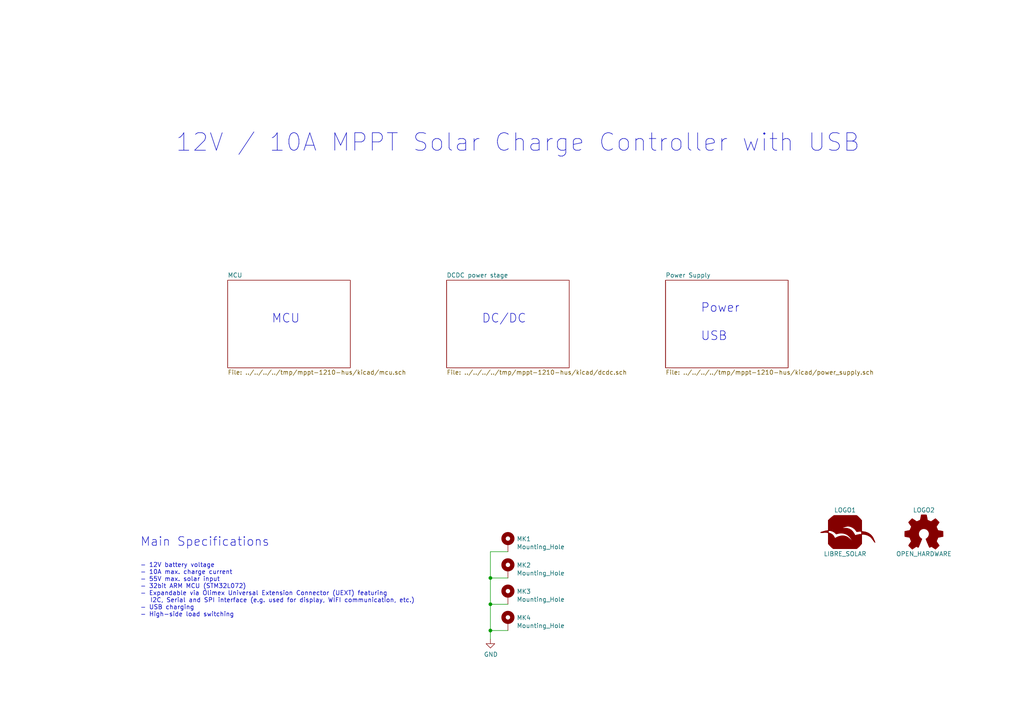
<source format=kicad_sch>
(kicad_sch (version 20230121) (generator eeschema)
  (paper "A4")
  (title_block (title "MPPT 1210 HUS") (date "2021-05-02") (rev "0.7.1") (company "Copyright © 2019 Libre Solar Technologies GmbH") (comment 1 "Licensed under CERN-OHL-W version 2") (comment 2 "Author: Martin Jäger"))
  (lib_symbols
    (symbol "Mechanical:MountingHole_Pad" (pin_numbers hide) (pin_names (offset 1.016) hide)
      (property "Reference" "H" (at 0 6.35 0))
      (property "Value" "MountingHole_Pad" (at 0 4.445 0))
      (symbol "MountingHole_Pad_0_1"
        (circle (center 0 1.27) (radius 1.27) (stroke (width 1.27)))
      )
      (symbol "MountingHole_Pad_1_1"
        (pin input line (at 0 -2.54 90) (length 2.54) (name "1") (number "1"))
      )
    )
    (symbol "Project:LibreSolar_Logo" (pin_numbers hide) (pin_names (offset 1.016) hide)
      (property "Reference" "LOGO" (at 0 6.985 0))
      (property "Value" "LibreSolar_Logo" (at 0 -5.715 0))
      (symbol "LibreSolar_Logo_1_1"
        (rectangle (start -7.0866 0.4572) (end -6.2484 0.508) (fill (type outline)))
        (rectangle (start -7.0358 0.508) (end -4.8514 0.5334) (fill (type outline)))
        (rectangle (start -6.9342 0.5334) (end -4.8514 0.5842) (fill (type outline)))
        (rectangle (start -6.8326 0.5842) (end -4.8514 0.635) (fill (type outline)))
        (rectangle (start -6.7564 0.635) (end -4.8514 0.6604) (fill (type outline)))
        (rectangle (start -6.6548 0.6604) (end -4.8514 0.7112) (fill (type outline)))
        (rectangle (start -6.477 0.7112) (end -4.8514 0.7366) (fill (type outline)))
        (rectangle (start -6.3754 0.7366) (end -4.8514 0.7874) (fill (type outline)))
        (rectangle (start -6.1976 0.7874) (end -4.8514 0.8128) (fill (type outline)))
        (rectangle (start -6.096 0.8128) (end -4.8514 0.8636) (fill (type outline)))
        (rectangle (start -5.9182 0.8636) (end -4.8514 0.9144) (fill (type outline)))
        (rectangle (start -5.715 0.9144) (end -4.8514 0.9398) (fill (type outline)))
        (rectangle (start -5.5626 0.9398) (end -4.8514 0.9906) (fill (type outline)))
        (rectangle (start -5.4102 0.9906) (end -4.8514 1.016) (fill (type outline)))
        (rectangle (start -5.2324 0.4572) (end -4.8514 0.508) (fill (type outline)))
        (rectangle (start -5.1308 1.016) (end 1.905 1.0668) (fill (type outline)))
        (rectangle (start -5.0546 0.4318) (end -4.8514 0.4572) (fill (type outline)))
        (rectangle (start -4.8768 0.381) (end -4.8006 0.4318) (fill (type outline)))
        (rectangle (start -4.8514 -2.7686) (end 4.7498 -2.7432) (fill (type outline)))
        (rectangle (start -4.8514 -2.7432) (end 4.8006 -2.6924) (fill (type outline)))
        (rectangle (start -4.8514 -2.6924) (end 4.8006 -2.667) (fill (type outline)))
        (rectangle (start -4.8514 -2.667) (end 4.8006 -2.6162) (fill (type outline)))
        (rectangle (start -4.8514 -2.6162) (end 4.8006 -2.5654) (fill (type outline)))
        (rectangle (start -4.8514 -2.5654) (end 4.8006 -2.54) (fill (type outline)))
        (rectangle (start -4.8514 -2.54) (end 4.8006 -2.4892) (fill (type outline)))
        (rectangle (start -4.8514 -2.4892) (end 4.8006 -2.4638) (fill (type outline)))
        (rectangle (start -4.8514 -2.4638) (end 4.8006 -2.413) (fill (type outline)))
        (rectangle (start -4.8514 -2.413) (end 4.8006 -2.3876) (fill (type outline)))
        (rectangle (start -4.8514 -2.3876) (end 2.3622 -2.3368) (fill (type outline)))
        (rectangle (start -4.8514 -2.3368) (end 2.3114 -2.286) (fill (type outline)))
        (rectangle (start -4.8514 -2.286) (end 2.286 -2.2606) (fill (type outline)))
        (rectangle (start -4.8514 -2.2606) (end 2.2352 -2.2098) (fill (type outline)))
        (rectangle (start -4.8514 -2.2098) (end 2.1844 -2.1844) (fill (type outline)))
        (rectangle (start -4.8514 -2.1844) (end 2.159 -2.1336) (fill (type outline)))
        (rectangle (start -4.8514 -2.1336) (end 2.1082 -2.1082) (fill (type outline)))
        (rectangle (start -4.8514 -2.1082) (end 2.0828 -2.0574) (fill (type outline)))
        (rectangle (start -4.8514 -2.0574) (end 2.032 -2.0066) (fill (type outline)))
        (rectangle (start -4.8514 -2.0066) (end 2.0066 -1.9812) (fill (type outline)))
        (rectangle (start -4.8514 -1.9812) (end 1.9558 -1.9304) (fill (type outline)))
        (rectangle (start -4.8514 -1.9304) (end 1.905 -1.905) (fill (type outline)))
        (rectangle (start -4.8514 -1.905) (end 1.8796 -1.8542) (fill (type outline)))
        (rectangle (start -4.8514 -1.8542) (end 1.8288 -1.8288) (fill (type outline)))
        (rectangle (start -4.8514 -1.8288) (end 1.8034 -1.778) (fill (type outline)))
        (rectangle (start -4.8514 -1.778) (end 1.7526 -1.7272) (fill (type outline)))
        (rectangle (start -4.8514 -1.7272) (end 1.7272 -1.7018) (fill (type outline)))
        (rectangle (start -4.8514 -1.7018) (end 1.6764 -1.651) (fill (type outline)))
        (rectangle (start -4.8514 -1.651) (end 1.6256 -1.6256) (fill (type outline)))
        (rectangle (start -4.8514 -1.6256) (end 1.6002 -1.5748) (fill (type outline)))
        (rectangle (start -4.8514 -1.5748) (end 1.5494 -1.524) (fill (type outline)))
        (rectangle (start -4.8514 -1.524) (end 1.524 -1.4986) (fill (type outline)))
        (rectangle (start -4.8514 -1.4986) (end 1.4732 -1.4478) (fill (type outline)))
        (rectangle (start -4.8514 -1.4478) (end 1.4478 -1.4224) (fill (type outline)))
        (rectangle (start -4.8514 -1.4224) (end 1.397 -1.3716) (fill (type outline)))
        (rectangle (start -4.8514 -1.3716) (end 1.3462 -1.3462) (fill (type outline)))
        (rectangle (start -4.8514 -1.3462) (end 1.27 -1.2954) (fill (type outline)))
        (rectangle (start -4.8514 -1.2954) (end 1.2446 -1.2446) (fill (type outline)))
        (rectangle (start -4.8514 -1.2446) (end -2.9718 -1.2192) (fill (type outline)))
        (rectangle (start -4.8514 -1.2192) (end -2.9972 -1.1684) (fill (type outline)))
        (rectangle (start -4.8514 -1.1684) (end -2.9972 -1.143) (fill (type outline)))
        (rectangle (start -4.8514 -1.143) (end -3.048 -1.0922) (fill (type outline)))
        (rectangle (start -4.8514 -1.0922) (end -3.048 -1.0668) (fill (type outline)))
        (rectangle (start -4.8514 -1.0668) (end -3.0734 -1.016) (fill (type outline)))
        (rectangle (start -4.8514 -1.016) (end -3.0734 -0.9652) (fill (type outline)))
        (rectangle (start -4.8514 -0.9652) (end -3.1242 -0.9398) (fill (type outline)))
        (rectangle (start -4.8514 -0.9398) (end -3.1242 -0.889) (fill (type outline)))
        (rectangle (start -4.8514 -0.889) (end -3.175 -0.8636) (fill (type outline)))
        (rectangle (start -4.8514 -0.8636) (end -3.175 -0.8128) (fill (type outline)))
        (rectangle (start -4.8514 -0.8128) (end -3.2004 -0.7874) (fill (type outline)))
        (rectangle (start -4.8514 -0.7874) (end -3.2004 -0.7366) (fill (type outline)))
        (rectangle (start -4.8514 -0.7366) (end -3.2512 -0.6858) (fill (type outline)))
        (rectangle (start -4.8514 -0.6858) (end -3.2512 -0.6604) (fill (type outline)))
        (rectangle (start -4.8514 -0.6604) (end -3.2766 -0.6096) (fill (type outline)))
        (rectangle (start -4.8514 -0.6096) (end -3.3274 -0.5842) (fill (type outline)))
        (rectangle (start -4.8514 -0.5842) (end -3.3274 -0.5334) (fill (type outline)))
        (rectangle (start -4.8514 -0.5334) (end -3.3528 -0.508) (fill (type outline)))
        (rectangle (start -4.8514 -0.508) (end -3.4036 -0.4572) (fill (type outline)))
        (rectangle (start -4.8514 -0.4572) (end -3.4036 -0.4064) (fill (type outline)))
        (rectangle (start -4.8514 -0.4064) (end -3.4544 -0.381) (fill (type outline)))
        (rectangle (start -4.8514 -0.381) (end -3.4798 -0.3302) (fill (type outline)))
        (rectangle (start -4.8514 -0.3302) (end -3.5306 -0.3048) (fill (type outline)))
        (rectangle (start -4.8514 -0.3048) (end -3.556 -0.254) (fill (type outline)))
        (rectangle (start -4.8514 -0.254) (end -3.6068 -0.2286) (fill (type outline)))
        (rectangle (start -4.8514 -0.2286) (end -3.6322 -0.1778) (fill (type outline)))
        (rectangle (start -4.8514 -0.1778) (end -3.683 -0.127) (fill (type outline)))
        (rectangle (start -4.8514 -0.127) (end -3.7338 -0.1016) (fill (type outline)))
        (rectangle (start -4.8514 -0.1016) (end -3.7592 -0.0508) (fill (type outline)))
        (rectangle (start -4.8514 -0.0508) (end -3.8354 -0.0254) (fill (type outline)))
        (rectangle (start -4.8514 -0.0254) (end -3.8862 0.0254) (fill (type outline)))
        (rectangle (start -4.8514 0.0254) (end -3.9624 0.0508) (fill (type outline)))
        (rectangle (start -4.8514 0.0508) (end -4.0132 0.1016) (fill (type outline)))
        (rectangle (start -4.8514 0.1016) (end -4.0894 0.1524) (fill (type outline)))
        (rectangle (start -4.8514 0.1524) (end -4.1656 0.1778) (fill (type outline)))
        (rectangle (start -4.8514 0.1778) (end -4.2418 0.2286) (fill (type outline)))
        (rectangle (start -4.8514 0.2286) (end -4.318 0.254) (fill (type outline)))
        (rectangle (start -4.8514 0.254) (end -4.445 0.3048) (fill (type outline)))
        (rectangle (start -4.8514 0.3048) (end -4.5212 0.3556) (fill (type outline)))
        (rectangle (start -4.8514 0.3556) (end -4.6736 0.381) (fill (type outline)))
        (rectangle (start -4.8514 1.0668) (end 1.8796 1.0922) (fill (type outline)))
        (rectangle (start -4.8514 1.0922) (end 1.8288 1.143) (fill (type outline)))
        (rectangle (start -4.8514 1.143) (end 1.8034 1.1938) (fill (type outline)))
        (rectangle (start -4.8514 1.1938) (end 1.7526 1.2192) (fill (type outline)))
        (rectangle (start -4.8514 1.2192) (end 1.6764 1.27) (fill (type outline)))
        (rectangle (start -4.8514 1.27) (end 1.6256 1.2954) (fill (type outline)))
        (rectangle (start -4.8514 1.2954) (end 1.5494 1.3462) (fill (type outline)))
        (rectangle (start -4.8514 1.3462) (end 1.524 1.3716) (fill (type outline)))
        (rectangle (start -4.8514 1.3716) (end 1.4478 1.4224) (fill (type outline)))
        (rectangle (start -4.8514 1.4224) (end 1.3462 1.4732) (fill (type outline)))
        (rectangle (start -4.8514 1.4732) (end 1.27 1.4986) (fill (type outline)))
        (rectangle (start -4.8514 1.4986) (end 1.1938 1.5494) (fill (type outline)))
        (rectangle (start -4.8514 1.5494) (end 1.1176 1.5748) (fill (type outline)))
        (rectangle (start -4.8514 1.5748) (end 0.9906 1.6256) (fill (type outline)))
        (rectangle (start -4.8514 1.6256) (end 0.8382 1.651) (fill (type outline)))
        (rectangle (start -4.8514 1.651) (end 0.6858 1.7018) (fill (type outline)))
        (rectangle (start -4.8514 1.7018) (end 0.4318 1.7526) (fill (type outline)))
        (rectangle (start -4.8514 1.7526) (end -0.8382 1.778) (fill (type outline)))
        (rectangle (start -4.8514 1.778) (end -0.8128 1.8288) (fill (type outline)))
        (rectangle (start -4.8514 1.8288) (end -0.762 1.8542) (fill (type outline)))
        (rectangle (start -4.8514 1.8542) (end -0.6858 1.905) (fill (type outline)))
        (rectangle (start -4.8514 1.905) (end -0.6096 1.9558) (fill (type outline)))
        (rectangle (start -4.8514 1.9558) (end -0.5334 1.9812) (fill (type outline)))
        (rectangle (start -4.8514 1.9812) (end -0.4572 2.032) (fill (type outline)))
        (rectangle (start -4.8514 2.032) (end -0.3556 2.0574) (fill (type outline)))
        (rectangle (start -4.8514 2.0574) (end -0.254 2.1082) (fill (type outline)))
        (rectangle (start -4.8514 2.1082) (end -0.127 2.1336) (fill (type outline)))
        (rectangle (start -4.8514 2.1336) (end 0 2.1844) (fill (type outline)))
        (rectangle (start -4.8514 2.1844) (end 0.1524 2.2352) (fill (type outline)))
        (rectangle (start -4.8514 2.2352) (end 0.3048 2.2606) (fill (type outline)))
        (rectangle (start -4.8514 2.2606) (end 0.5842 2.3114) (fill (type outline)))
        (rectangle (start -4.8514 2.3114) (end 4.8006 2.3368) (fill (type outline)))
        (rectangle (start -4.8514 2.3368) (end 4.8006 2.3876) (fill (type outline)))
        (rectangle (start -4.8514 2.3876) (end 4.8006 2.413) (fill (type outline)))
        (rectangle (start -4.8514 2.413) (end 4.8006 2.4638) (fill (type outline)))
        (rectangle (start -4.8514 2.4638) (end 4.8006 2.5146) (fill (type outline)))
        (rectangle (start -4.8514 2.5146) (end 4.8006 2.54) (fill (type outline)))
        (rectangle (start -4.8514 2.54) (end 4.8006 2.5908) (fill (type outline)))
        (rectangle (start -4.8514 2.5908) (end 4.8006 2.6162) (fill (type outline)))
        (rectangle (start -4.8514 2.6162) (end 4.8006 2.667) (fill (type outline)))
        (rectangle (start -4.8514 2.667) (end 4.8006 2.6924) (fill (type outline)))
        (rectangle (start -4.8514 2.6924) (end 4.8006 2.7432) (fill (type outline)))
        (rectangle (start -4.8514 2.7432) (end 4.8006 2.794) (fill (type outline)))
        (rectangle (start -4.8514 2.794) (end 4.8006 2.8194) (fill (type outline)))
        (rectangle (start -4.8514 2.8194) (end 4.8006 2.8702) (fill (type outline)))
        (rectangle (start -4.8514 2.8702) (end 4.8006 2.8956) (fill (type outline)))
        (rectangle (start -4.8514 2.8956) (end 4.8006 2.9464) (fill (type outline)))
        (rectangle (start -4.8514 2.9464) (end 4.8006 2.9718) (fill (type outline)))
        (rectangle (start -4.8514 2.9718) (end 4.8006 3.0226) (fill (type outline)))
        (rectangle (start -4.8514 3.0226) (end 4.8006 3.0734) (fill (type outline)))
        (rectangle (start -4.8514 3.0734) (end 4.8006 3.0988) (fill (type outline)))
        (rectangle (start -4.8514 3.0988) (end 4.8006 3.1496) (fill (type outline)))
        (rectangle (start -4.8514 3.1496) (end 4.8006 3.175) (fill (type outline)))
        (rectangle (start -4.8514 3.175) (end 4.8006 3.2258) (fill (type outline)))
        (rectangle (start -4.8514 3.2258) (end 4.8006 3.2512) (fill (type outline)))
        (rectangle (start -4.8514 3.2512) (end 4.8006 3.302) (fill (type outline)))
        (rectangle (start -4.8514 3.302) (end 4.8006 3.3528) (fill (type outline)))
        (rectangle (start -4.8514 3.3528) (end 4.8006 3.3782) (fill (type outline)))
        (rectangle (start -4.8514 3.3782) (end 4.8006 3.429) (fill (type outline)))
        (rectangle (start -4.8514 3.429) (end 4.8006 3.4544) (fill (type outline)))
        (rectangle (start -4.8514 3.4544) (end 4.8006 3.5052) (fill (type outline)))
        (rectangle (start -4.8514 3.5052) (end 4.8006 3.556) (fill (type outline)))
        (rectangle (start -4.8514 3.556) (end 4.8006 3.5814) (fill (type outline)))
        (rectangle (start -4.8514 3.5814) (end 4.8006 3.6322) (fill (type outline)))
        (rectangle (start -4.8514 3.6322) (end 4.8006 3.6576) (fill (type outline)))
        (rectangle (start -4.8514 3.6576) (end 4.8006 3.7084) (fill (type outline)))
        (rectangle (start -4.8514 3.7084) (end 4.8006 3.7338) (fill (type outline)))
        (rectangle (start -4.8514 3.7338) (end 4.8006 3.7846) (fill (type outline)))
        (rectangle (start -4.8514 3.7846) (end 4.8006 3.8354) (fill (type outline)))
        (rectangle (start -4.8514 3.8354) (end 4.8006 3.8608) (fill (type outline)))
        (rectangle (start -4.8514 3.8608) (end 4.8006 3.9116) (fill (type outline)))
        (rectangle (start -4.8514 3.9116) (end 4.8006 3.937) (fill (type outline)))
        (rectangle (start -4.8514 3.937) (end 4.8006 3.9878) (fill (type outline)))
        (rectangle (start -4.8514 3.9878) (end 4.7498 4.0132) (fill (type outline)))
        (rectangle (start -4.8006 -2.8448) (end 4.7244 -2.8194) (fill (type outline)))
        (rectangle (start -4.8006 -2.8194) (end 4.7498 -2.7686) (fill (type outline)))
        (rectangle (start -4.8006 4.0132) (end 4.7244 4.064) (fill (type outline)))
        (rectangle (start -4.7752 -2.8956) (end 4.6736 -2.8448) (fill (type outline)))
        (rectangle (start -4.7752 4.064) (end 4.7244 4.1148) (fill (type outline)))
        (rectangle (start -4.7244 -2.9464) (end 4.6736 -2.8956) (fill (type outline)))
        (rectangle (start -4.7244 4.1148) (end 4.6736 4.1402) (fill (type outline)))
        (rectangle (start -4.6736 -3.0226) (end 4.5974 -2.9718) (fill (type outline)))
        (rectangle (start -4.6736 -2.9718) (end 4.6228 -2.9464) (fill (type outline)))
        (rectangle (start -4.6736 4.1402) (end 4.6228 4.191) (fill (type outline)))
        (rectangle (start -4.6482 -3.048) (end 4.5466 -3.0226) (fill (type outline)))
        (rectangle (start -4.6482 4.191) (end 4.5974 4.2164) (fill (type outline)))
        (rectangle (start -4.5974 -3.0988) (end 4.5212 -3.048) (fill (type outline)))
        (rectangle (start -4.5974 4.2164) (end 4.5466 4.2672) (fill (type outline)))
        (rectangle (start -4.572 -3.1242) (end 4.4704 -3.0988) (fill (type outline)))
        (rectangle (start -4.572 4.2672) (end 4.5466 4.2926) (fill (type outline)))
        (rectangle (start -4.5212 -3.175) (end 4.445 -3.1242) (fill (type outline)))
        (rectangle (start -4.5212 4.2926) (end 4.5212 4.3434) (fill (type outline)))
        (rectangle (start -4.4958 -3.2258) (end 4.3942 -3.175) (fill (type outline)))
        (rectangle (start -4.4958 4.3434) (end 4.4704 4.3942) (fill (type outline)))
        (rectangle (start -4.445 -3.2512) (end 4.3434 -3.2258) (fill (type outline)))
        (rectangle (start -4.445 4.3942) (end 4.445 4.4196) (fill (type outline)))
        (rectangle (start -4.3942 -3.302) (end 4.3434 -3.2512) (fill (type outline)))
        (rectangle (start -4.3942 4.4196) (end 4.3942 4.4704) (fill (type outline)))
        (rectangle (start -4.3688 -3.3274) (end 4.318 -3.302) (fill (type outline)))
        (rectangle (start -4.3688 4.4704) (end 4.3434 4.4958) (fill (type outline)))
        (rectangle (start -4.318 -3.3782) (end 4.2672 -3.3274) (fill (type outline)))
        (rectangle (start -4.318 4.4958) (end 4.318 4.5466) (fill (type outline)))
        (rectangle (start -4.2926 -3.429) (end 4.2418 -3.3782) (fill (type outline)))
        (rectangle (start -4.2418 -3.4544) (end 4.191 -3.429) (fill (type outline)))
        (rectangle (start -4.2418 4.5466) (end 4.2672 4.572) (fill (type outline)))
        (rectangle (start -4.2164 -3.5052) (end 4.1656 -3.4544) (fill (type outline)))
        (rectangle (start -4.2164 0.9906) (end 1.9558 1.016) (fill (type outline)))
        (rectangle (start -4.2164 4.572) (end 4.2418 4.6228) (fill (type outline)))
        (rectangle (start -4.1656 -3.5306) (end 4.1148 -3.5052) (fill (type outline)))
        (rectangle (start -4.1656 4.6228) (end 4.191 4.6736) (fill (type outline)))
        (rectangle (start -4.1148 -3.5814) (end 4.064 -3.5306) (fill (type outline)))
        (rectangle (start -4.1148 4.6736) (end 4.1656 4.699) (fill (type outline)))
        (rectangle (start -4.0894 -3.6068) (end 4.0386 -3.5814) (fill (type outline)))
        (rectangle (start -4.0894 4.699) (end 4.1148 4.7498) (fill (type outline)))
        (rectangle (start -4.0386 -3.6576) (end 3.9878 -3.6068) (fill (type outline)))
        (rectangle (start -4.0386 4.7498) (end 4.064 4.7752) (fill (type outline)))
        (rectangle (start -4.0132 -3.7084) (end 3.9624 -3.6576) (fill (type outline)))
        (rectangle (start -4.0132 0.9398) (end 2.0066 0.9906) (fill (type outline)))
        (rectangle (start -4.0132 4.7752) (end 4.0386 4.826) (fill (type outline)))
        (rectangle (start -3.9624 -3.7338) (end 3.9116 -3.7084) (fill (type outline)))
        (rectangle (start -3.937 -3.7846) (end 3.8862 -3.7338) (fill (type outline)))
        (rectangle (start -3.937 4.826) (end 3.9878 4.8514) (fill (type outline)))
        (rectangle (start -3.8862 -3.81) (end 3.7846 -3.7846) (fill (type outline)))
        (rectangle (start -3.8862 4.8514) (end 3.9624 4.9022) (fill (type outline)))
        (rectangle (start -3.8354 -3.8608) (end 3.7592 -3.81) (fill (type outline)))
        (rectangle (start -3.8354 0.9144) (end 2.032 0.9398) (fill (type outline)))
        (rectangle (start -3.8354 4.9022) (end 3.9116 4.953) (fill (type outline)))
        (rectangle (start -3.81 -3.8862) (end 3.7084 -3.8608) (fill (type outline)))
        (rectangle (start -3.81 4.953) (end 3.8862 4.9784) (fill (type outline)))
        (rectangle (start -3.7592 -3.937) (end 3.683 -3.8862) (fill (type outline)))
        (rectangle (start -3.7338 -3.9878) (end 3.6322 -3.937) (fill (type outline)))
        (rectangle (start -3.7338 0.8636) (end 2.0828 0.9144) (fill (type outline)))
        (rectangle (start -3.7338 4.9784) (end 3.8354 5.0292) (fill (type outline)))
        (rectangle (start -3.683 5.0292) (end 3.7846 5.0546) (fill (type outline)))
        (rectangle (start -3.6322 -4.0132) (end 3.6068 -3.9878) (fill (type outline)))
        (rectangle (start -3.6322 0.8128) (end 2.1082 0.8636) (fill (type outline)))
        (rectangle (start -3.6322 5.0546) (end 3.7592 5.1054) (fill (type outline)))
        (rectangle (start -3.6068 -4.064) (end 3.556 -4.0132) (fill (type outline)))
        (rectangle (start -3.6068 5.1054) (end 3.7084 5.1308) (fill (type outline)))
        (rectangle (start -3.556 -4.0894) (end 3.5052 -4.064) (fill (type outline)))
        (rectangle (start -3.5306 -4.1402) (end 3.429 -4.0894) (fill (type outline)))
        (rectangle (start -3.5306 0.7874) (end 2.159 0.8128) (fill (type outline)))
        (rectangle (start -3.5306 5.1308) (end 3.683 5.1816) (fill (type outline)))
        (rectangle (start -3.4798 5.1816) (end 3.6322 5.2324) (fill (type outline)))
        (rectangle (start -3.4544 -4.1656) (end 3.4036 -4.1402) (fill (type outline)))
        (rectangle (start -3.4544 0.7366) (end 2.1844 0.7874) (fill (type outline)))
        (rectangle (start -3.4544 5.2324) (end 3.556 5.2578) (fill (type outline)))
        (rectangle (start -3.4036 -4.2164) (end 3.3274 -4.1656) (fill (type outline)))
        (rectangle (start -3.3528 0.7112) (end 2.2352 0.7366) (fill (type outline)))
        (rectangle (start -3.3528 5.2578) (end 3.5052 5.3086) (fill (type outline)))
        (rectangle (start -3.3274 5.3086) (end 3.4798 5.334) (fill (type outline)))
        (rectangle (start -3.2766 0.6604) (end 2.2352 0.7112) (fill (type outline)))
        (rectangle (start -3.2766 5.334) (end 3.429 5.3848) (fill (type outline)))
        (rectangle (start -3.2512 0.635) (end 2.286 0.6604) (fill (type outline)))
        (rectangle (start -3.2004 5.3848) (end 3.3528 5.4356) (fill (type outline)))
        (rectangle (start -3.175 0.5842) (end 2.3114 0.635) (fill (type outline)))
        (rectangle (start -3.1242 0.5334) (end 2.3114 0.5842) (fill (type outline)))
        (rectangle (start -3.048 0.508) (end 2.3622 0.5334) (fill (type outline)))
        (rectangle (start -2.9972 0.4572) (end 2.3876 0.508) (fill (type outline)))
        (rectangle (start -2.9718 0.4318) (end 2.4384 0.4572) (fill (type outline)))
        (rectangle (start -2.921 -1.2446) (end 1.1938 -1.2192) (fill (type outline)))
        (rectangle (start -2.921 0.381) (end 2.4384 0.4318) (fill (type outline)))
        (rectangle (start -2.8956 0.3556) (end 2.4638 0.381) (fill (type outline)))
        (rectangle (start -2.8448 -1.2192) (end 1.143 -1.1684) (fill (type outline)))
        (rectangle (start -2.8448 0.3048) (end 2.5146 0.3556) (fill (type outline)))
        (rectangle (start -2.7686 -1.1684) (end 1.1176 -1.143) (fill (type outline)))
        (rectangle (start -2.7686 0.254) (end -1.524 0.3048) (fill (type outline)))
        (rectangle (start -2.7178 -1.143) (end 1.0414 -1.0922) (fill (type outline)))
        (rectangle (start -2.7178 0.1778) (end -2.032 0.2286) (fill (type outline)))
        (rectangle (start -2.7178 0.2286) (end -1.8542 0.254) (fill (type outline)))
        (rectangle (start -2.6924 0.1524) (end -2.2098 0.1778) (fill (type outline)))
        (rectangle (start -2.6416 -1.0922) (end 0.9906 -1.0668) (fill (type outline)))
        (rectangle (start -2.6416 0.1016) (end -2.3368 0.1524) (fill (type outline)))
        (rectangle (start -2.6162 -1.0668) (end 0.9652 -1.016) (fill (type outline)))
        (rectangle (start -2.6162 0.0508) (end -2.4892 0.1016) (fill (type outline)))
        (rectangle (start -2.5146 -1.016) (end 0.8636 -0.9652) (fill (type outline)))
        (rectangle (start -2.4384 -0.9652) (end 0.8382 -0.9398) (fill (type outline)))
        (rectangle (start -2.3622 -0.9398) (end 0.762 -0.889) (fill (type outline)))
        (rectangle (start -2.286 -0.889) (end 0.7112 -0.8636) (fill (type outline)))
        (rectangle (start -2.2098 -0.8636) (end 0.635 -0.8128) (fill (type outline)))
        (rectangle (start -2.0828 -0.8128) (end 0.5842 -0.7874) (fill (type outline)))
        (rectangle (start -2.0066 -0.7874) (end 0.508 -0.7366) (fill (type outline)))
        (rectangle (start -1.9304 -0.7366) (end 0.4064 -0.6858) (fill (type outline)))
        (rectangle (start -1.8034 -0.6858) (end 0.3048 -0.6604) (fill (type outline)))
        (rectangle (start -1.6764 -0.6604) (end 0.2286 -0.6096) (fill (type outline)))
        (rectangle (start -1.5748 -0.6096) (end 0.127 -0.5842) (fill (type outline)))
        (rectangle (start -1.3716 -0.5842) (end 0 -0.5334) (fill (type outline)))
        (rectangle (start -1.1938 -0.5334) (end -0.2032 -0.508) (fill (type outline)))
        (rectangle (start -0.889 -0.508) (end -0.4826 -0.4572) (fill (type outline)))
        (rectangle (start -0.762 0.254) (end 2.5146 0.3048) (fill (type outline)))
        (rectangle (start -0.4572 0.2286) (end 2.5654 0.254) (fill (type outline)))
        (rectangle (start -0.254 0.1778) (end 2.5654 0.2286) (fill (type outline)))
        (rectangle (start -0.127 0.1524) (end 2.5908 0.1778) (fill (type outline)))
        (rectangle (start 0 0.1016) (end 2.6416 0.1524) (fill (type outline)))
        (rectangle (start 0.127 0.0508) (end 2.6416 0.1016) (fill (type outline)))
        (rectangle (start 0.2286 0.0254) (end 2.667 0.0508) (fill (type outline)))
        (rectangle (start 0.3048 -0.0254) (end 2.667 0.0254) (fill (type outline)))
        (rectangle (start 0.4064 -0.0508) (end 2.7178 -0.0254) (fill (type outline)))
        (rectangle (start 0.4826 -0.1016) (end 2.7178 -0.0508) (fill (type outline)))
        (rectangle (start 0.5588 -0.127) (end 2.7432 -0.1016) (fill (type outline)))
        (rectangle (start 0.5842 -0.1778) (end 2.794 -0.127) (fill (type outline)))
        (rectangle (start 0.6858 -0.2286) (end 2.794 -0.1778) (fill (type outline)))
        (rectangle (start 0.7112 -0.254) (end 2.8448 -0.2286) (fill (type outline)))
        (rectangle (start 0.7874 -0.3048) (end 2.8448 -0.254) (fill (type outline)))
        (rectangle (start 0.8382 -0.3302) (end 2.8702 -0.3048) (fill (type outline)))
        (rectangle (start 0.9144 -0.381) (end 2.8702 -0.3302) (fill (type outline)))
        (rectangle (start 0.9652 -0.4064) (end 4.8006 -0.381) (fill (type outline)))
        (rectangle (start 0.9906 -0.4572) (end 4.8006 -0.4064) (fill (type outline)))
        (rectangle (start 1.0414 -0.508) (end 4.8006 -0.4572) (fill (type outline)))
        (rectangle (start 1.0668 -0.5334) (end 4.8006 -0.508) (fill (type outline)))
        (rectangle (start 1.1176 -0.5842) (end 4.8006 -0.5334) (fill (type outline)))
        (rectangle (start 1.1176 2.2606) (end 4.8006 2.3114) (fill (type outline)))
        (rectangle (start 1.143 -0.6096) (end 4.8006 -0.5842) (fill (type outline)))
        (rectangle (start 1.1938 -0.6604) (end 4.8006 -0.6096) (fill (type outline)))
        (rectangle (start 1.27 -0.6858) (end 4.8006 -0.6604) (fill (type outline)))
        (rectangle (start 1.3208 -0.7874) (end 4.8006 -0.7366) (fill (type outline)))
        (rectangle (start 1.3208 -0.7366) (end 4.8006 -0.6858) (fill (type outline)))
        (rectangle (start 1.3462 -0.8128) (end 4.8006 -0.7874) (fill (type outline)))
        (rectangle (start 1.397 -0.8636) (end 4.8006 -0.8128) (fill (type outline)))
        (rectangle (start 1.397 2.2352) (end 4.8006 2.2606) (fill (type outline)))
        (rectangle (start 1.4478 -0.889) (end 4.8006 -0.8636) (fill (type outline)))
        (rectangle (start 1.4732 -0.9398) (end 4.8006 -0.889) (fill (type outline)))
        (rectangle (start 1.524 -1.016) (end 4.8006 -0.9652) (fill (type outline)))
        (rectangle (start 1.524 -0.9652) (end 4.8006 -0.9398) (fill (type outline)))
        (rectangle (start 1.5494 -1.0668) (end 4.8006 -1.016) (fill (type outline)))
        (rectangle (start 1.5494 2.1844) (end 4.8006 2.2352) (fill (type outline)))
        (rectangle (start 1.6002 -1.0922) (end 4.8006 -1.0668) (fill (type outline)))
        (rectangle (start 1.6256 -1.1684) (end 4.8006 -1.143) (fill (type outline)))
        (rectangle (start 1.6256 -1.143) (end 4.8006 -1.0922) (fill (type outline)))
        (rectangle (start 1.6764 -1.2192) (end 4.8006 -1.1684) (fill (type outline)))
        (rectangle (start 1.6764 2.1336) (end 4.8006 2.1844) (fill (type outline)))
        (rectangle (start 1.7272 -1.2954) (end 4.8006 -1.2446) (fill (type outline)))
        (rectangle (start 1.7272 -1.2446) (end 4.8006 -1.2192) (fill (type outline)))
        (rectangle (start 1.7526 -1.3462) (end 4.8006 -1.2954) (fill (type outline)))
        (rectangle (start 1.8034 -1.4224) (end 4.8006 -1.3716) (fill (type outline)))
        (rectangle (start 1.8034 -1.3716) (end 4.8006 -1.3462) (fill (type outline)))
        (rectangle (start 1.8034 2.1082) (end 4.8006 2.1336) (fill (type outline)))
        (rectangle (start 1.8288 -1.4986) (end 4.8006 -1.4478) (fill (type outline)))
        (rectangle (start 1.8288 -1.4478) (end 4.8006 -1.4224) (fill (type outline)))
        (rectangle (start 1.8796 -1.524) (end 4.8006 -1.4986) (fill (type outline)))
        (rectangle (start 1.8796 2.0574) (end 4.8006 2.1082) (fill (type outline)))
        (rectangle (start 1.905 -1.6256) (end 4.8006 -1.5748) (fill (type outline)))
        (rectangle (start 1.905 -1.5748) (end 4.8006 -1.524) (fill (type outline)))
        (rectangle (start 1.9558 -1.651) (end 4.8006 -1.6256) (fill (type outline)))
        (rectangle (start 2.0066 -1.7272) (end 4.8006 -1.7018) (fill (type outline)))
        (rectangle (start 2.0066 -1.7018) (end 4.8006 -1.651) (fill (type outline)))
        (rectangle (start 2.0066 2.032) (end 4.8006 2.0574) (fill (type outline)))
        (rectangle (start 2.032 -1.8288) (end 4.8006 -1.778) (fill (type outline)))
        (rectangle (start 2.032 -1.778) (end 4.8006 -1.7272) (fill (type outline)))
        (rectangle (start 2.032 1.9812) (end 4.8006 2.032) (fill (type outline)))
        (rectangle (start 2.0828 -1.905) (end 4.8006 -1.8542) (fill (type outline)))
        (rectangle (start 2.0828 -1.8542) (end 4.8006 -1.8288) (fill (type outline)))
        (rectangle (start 2.1082 -1.9304) (end 4.8006 -1.905) (fill (type outline)))
        (rectangle (start 2.1082 1.9558) (end 4.8006 1.9812) (fill (type outline)))
        (rectangle (start 2.159 -2.0066) (end 4.8006 -1.9812) (fill (type outline)))
        (rectangle (start 2.159 -1.9812) (end 4.8006 -1.9304) (fill (type outline)))
        (rectangle (start 2.1844 -2.0574) (end 4.8006 -2.0066) (fill (type outline)))
        (rectangle (start 2.1844 1.905) (end 4.8006 1.9558) (fill (type outline)))
        (rectangle (start 2.2352 -2.1336) (end 4.8006 -2.1082) (fill (type outline)))
        (rectangle (start 2.2352 -2.1082) (end 4.8006 -2.0574) (fill (type outline)))
        (rectangle (start 2.286 -2.2098) (end 4.8006 -2.1844) (fill (type outline)))
        (rectangle (start 2.286 -2.1844) (end 4.8006 -2.1336) (fill (type outline)))
        (rectangle (start 2.286 1.8542) (end 4.8006 1.905) (fill (type outline)))
        (rectangle (start 2.3114 -2.2606) (end 4.8006 -2.2098) (fill (type outline)))
        (rectangle (start 2.3622 -2.3368) (end 4.8006 -2.286) (fill (type outline)))
        (rectangle (start 2.3622 -2.286) (end 4.8006 -2.2606) (fill (type outline)))
        (rectangle (start 2.3622 1.8288) (end 4.8006 1.8542) (fill (type outline)))
        (rectangle (start 2.3876 -2.3876) (end 4.8006 -2.3368) (fill (type outline)))
        (rectangle (start 2.3876 1.778) (end 4.8006 1.8288) (fill (type outline)))
        (rectangle (start 2.4384 1.7526) (end 4.8006 1.778) (fill (type outline)))
        (rectangle (start 2.5146 1.7018) (end 4.8006 1.7526) (fill (type outline)))
        (rectangle (start 2.5654 1.651) (end 4.8006 1.7018) (fill (type outline)))
        (rectangle (start 2.5908 1.6256) (end 4.8006 1.651) (fill (type outline)))
        (rectangle (start 2.6416 1.5748) (end 4.8006 1.6256) (fill (type outline)))
        (rectangle (start 2.7178 1.5494) (end 4.8006 1.5748) (fill (type outline)))
        (rectangle (start 2.7432 1.4986) (end 4.8006 1.5494) (fill (type outline)))
        (rectangle (start 2.794 1.4732) (end 4.8006 1.4986) (fill (type outline)))
        (rectangle (start 2.8448 1.4224) (end 4.8006 1.4732) (fill (type outline)))
        (rectangle (start 2.8702 1.3716) (end 4.8006 1.4224) (fill (type outline)))
        (rectangle (start 2.921 1.3462) (end 4.8006 1.3716) (fill (type outline)))
        (rectangle (start 2.9464 1.2954) (end 4.8006 1.3462) (fill (type outline)))
        (rectangle (start 2.9972 -0.381) (end 4.8006 -0.3302) (fill (type outline)))
        (rectangle (start 2.9972 1.2192) (end 4.8006 1.27) (fill (type outline)))
        (rectangle (start 2.9972 1.27) (end 4.8006 1.2954) (fill (type outline)))
        (rectangle (start 3.048 1.1938) (end 4.8006 1.2192) (fill (type outline)))
        (rectangle (start 3.0734 1.143) (end 4.8006 1.1938) (fill (type outline)))
        (rectangle (start 3.1242 -0.3302) (end 4.8006 -0.3048) (fill (type outline)))
        (rectangle (start 3.1242 1.0922) (end 4.8006 1.143) (fill (type outline)))
        (rectangle (start 3.1496 1.0668) (end 4.8006 1.0922) (fill (type outline)))
        (rectangle (start 3.2004 0.9906) (end 4.8006 1.016) (fill (type outline)))
        (rectangle (start 3.2004 1.016) (end 4.8006 1.0668) (fill (type outline)))
        (rectangle (start 3.2258 -0.3048) (end 4.8006 -0.254) (fill (type outline)))
        (rectangle (start 3.2258 0.9398) (end 4.8006 0.9906) (fill (type outline)))
        (rectangle (start 3.2766 0.8636) (end 4.8006 0.9144) (fill (type outline)))
        (rectangle (start 3.2766 0.9144) (end 4.8006 0.9398) (fill (type outline)))
        (rectangle (start 3.3274 0.8128) (end 4.8006 0.8636) (fill (type outline)))
        (rectangle (start 3.3528 0.7366) (end 3.5052 0.7874) (fill (type outline)))
        (rectangle (start 3.3528 0.7874) (end 3.9878 0.8128) (fill (type outline)))
        (rectangle (start 3.4036 -0.254) (end 4.8006 -0.2286) (fill (type outline)))
        (rectangle (start 3.6068 -0.2286) (end 4.8006 -0.1778) (fill (type outline)))
        (rectangle (start 3.7592 -0.1778) (end 4.8006 -0.127) (fill (type outline)))
        (rectangle (start 3.9624 -0.127) (end 4.8006 -0.1016) (fill (type outline)))
        (rectangle (start 4.191 -0.1016) (end 4.8006 -0.0508) (fill (type outline)))
        (rectangle (start 4.6228 0.7874) (end 4.8768 0.8128) (fill (type outline)))
        (rectangle (start 4.6736 -0.0508) (end 7.239 -0.0254) (fill (type outline)))
        (rectangle (start 4.8006 -0.0254) (end 7.1882 0.0254) (fill (type outline)))
        (rectangle (start 4.8006 0.0254) (end 7.1628 0.0508) (fill (type outline)))
        (rectangle (start 4.8006 0.0508) (end 7.0866 0.1016) (fill (type outline)))
        (rectangle (start 4.8006 0.1016) (end 7.0358 0.1524) (fill (type outline)))
        (rectangle (start 4.8006 0.1524) (end 6.9596 0.1778) (fill (type outline)))
        (rectangle (start 4.8006 0.1778) (end 6.9088 0.2286) (fill (type outline)))
        (rectangle (start 4.8006 0.2286) (end 6.8326 0.254) (fill (type outline)))
        (rectangle (start 4.8006 0.254) (end 6.7564 0.3048) (fill (type outline)))
        (rectangle (start 4.8006 0.3048) (end 6.6802 0.3556) (fill (type outline)))
        (rectangle (start 4.8006 0.3556) (end 6.604 0.381) (fill (type outline)))
        (rectangle (start 4.8006 0.381) (end 6.5278 0.4318) (fill (type outline)))
        (rectangle (start 4.8006 0.4318) (end 6.4262 0.4572) (fill (type outline)))
        (rectangle (start 4.8006 0.4572) (end 6.35 0.508) (fill (type outline)))
        (rectangle (start 4.8006 0.508) (end 6.223 0.5334) (fill (type outline)))
        (rectangle (start 4.8006 0.5334) (end 6.1214 0.5842) (fill (type outline)))
        (rectangle (start 4.8006 0.5842) (end 5.9944 0.635) (fill (type outline)))
        (rectangle (start 4.8006 0.635) (end 5.842 0.6604) (fill (type outline)))
        (rectangle (start 4.8006 0.6604) (end 5.6642 0.7112) (fill (type outline)))
        (rectangle (start 4.8006 0.7112) (end 5.4864 0.7366) (fill (type outline)))
        (rectangle (start 4.8006 0.7366) (end 5.2324 0.7874) (fill (type outline)))
        (rectangle (start 5.6642 -0.1016) (end 7.2644 -0.0508) (fill (type outline)))
        (rectangle (start 5.9436 -0.127) (end 7.366 -0.1016) (fill (type outline)))
        (rectangle (start 6.1214 -0.1778) (end 7.3914 -0.127) (fill (type outline)))
        (rectangle (start 6.223 -0.2286) (end 7.4422 -0.1778) (fill (type outline)))
        (rectangle (start 6.35 -0.254) (end 7.4676 -0.2286) (fill (type outline)))
        (rectangle (start 6.477 -0.3048) (end 7.5184 -0.254) (fill (type outline)))
        (rectangle (start 6.5532 -0.3302) (end 7.5438 -0.3048) (fill (type outline)))
        (rectangle (start 6.6294 -0.381) (end 7.5946 -0.3302) (fill (type outline)))
        (rectangle (start 6.7056 -0.4064) (end 7.6454 -0.381) (fill (type outline)))
        (rectangle (start 6.8072 -0.4572) (end 7.6708 -0.4064) (fill (type outline)))
        (rectangle (start 6.8834 -0.508) (end 7.7216 -0.4572) (fill (type outline)))
        (rectangle (start 6.9596 -0.5334) (end 7.7216 -0.508) (fill (type outline)))
        (rectangle (start 7.0358 -0.5842) (end 7.747 -0.5334) (fill (type outline)))
        (rectangle (start 7.0866 -0.6096) (end 7.7978 -0.5842) (fill (type outline)))
        (rectangle (start 7.1628 -0.6604) (end 7.8232 -0.6096) (fill (type outline)))
        (rectangle (start 7.1882 -0.6858) (end 7.8232 -0.6604) (fill (type outline)))
        (rectangle (start 7.2644 -0.7366) (end 7.874 -0.6858) (fill (type outline)))
        (rectangle (start 7.3152 -0.7874) (end 7.9248 -0.7366) (fill (type outline)))
        (rectangle (start 7.366 -0.8128) (end 7.9502 -0.7874) (fill (type outline)))
        (rectangle (start 7.4422 -0.8636) (end 7.9502 -0.8128) (fill (type outline)))
        (rectangle (start 7.4676 -0.889) (end 8.001 -0.8636) (fill (type outline)))
        (rectangle (start 7.5184 -0.9398) (end 8.0264 -0.889) (fill (type outline)))
        (rectangle (start 7.5438 -0.9652) (end 8.0264 -0.9398) (fill (type outline)))
        (rectangle (start 7.5946 -1.016) (end 8.0772 -0.9652) (fill (type outline)))
        (rectangle (start 7.6454 -1.0668) (end 8.0772 -1.016) (fill (type outline)))
        (rectangle (start 7.6708 -1.0922) (end 8.128 -1.0668) (fill (type outline)))
        (rectangle (start 7.7216 -1.1684) (end 8.1534 -1.143) (fill (type outline)))
        (rectangle (start 7.7216 -1.143) (end 8.128 -1.0922) (fill (type outline)))
        (rectangle (start 7.747 -1.2192) (end 8.1534 -1.1684) (fill (type outline)))
        (rectangle (start 7.7978 -1.2446) (end 8.2042 -1.2192) (fill (type outline)))
        (rectangle (start 7.8232 -1.3462) (end 8.2042 -1.2954) (fill (type outline)))
        (rectangle (start 7.8232 -1.2954) (end 8.2042 -1.2446) (fill (type outline)))
        (rectangle (start 7.874 -1.3716) (end 8.2296 -1.3462) (fill (type outline)))
        (rectangle (start 7.9248 -1.4224) (end 8.2296 -1.3716) (fill (type outline)))
        (rectangle (start 7.9502 -1.4986) (end 8.2804 -1.4478) (fill (type outline)))
        (rectangle (start 7.9502 -1.4478) (end 8.2804 -1.4224) (fill (type outline)))
        (rectangle (start 8.001 -1.524) (end 8.3058 -1.4986) (fill (type outline)))
        (rectangle (start 8.0264 -1.5748) (end 8.3058 -1.524) (fill (type outline)))
        (rectangle (start 8.0772 -1.6256) (end 8.3566 -1.5748) (fill (type outline)))
        (rectangle (start 8.128 -1.7018) (end 8.3566 -1.651) (fill (type outline)))
        (rectangle (start 8.128 -1.651) (end 8.3566 -1.6256) (fill (type outline)))
        (rectangle (start 8.1534 -1.7272) (end 8.4074 -1.7018) (fill (type outline)))
        (rectangle (start 8.2042 -1.8288) (end 8.4328 -1.778) (fill (type outline)))
        (rectangle (start 8.2042 -1.778) (end 8.4074 -1.7272) (fill (type outline)))
        (rectangle (start 8.2296 -1.8542) (end 8.4328 -1.8288) (fill (type outline)))
        (rectangle (start 8.2804 -1.905) (end 8.4836 -1.8542) (fill (type outline)))
        (rectangle (start 8.3058 -1.9812) (end 8.4836 -1.9304) (fill (type outline)))
        (rectangle (start 8.3058 -1.9304) (end 8.4836 -1.905) (fill (type outline)))
        (rectangle (start 8.3566 -2.0066) (end 8.509 -1.9812) (fill (type outline)))
        (rectangle (start 8.4074 -2.0574) (end 8.509 -2.0066) (fill (type outline)))
        (rectangle (start 8.4328 -2.1082) (end 8.5598 -2.0574) (fill (type outline)))
        (rectangle (start 8.4836 -2.1844) (end 8.5852 -2.1336) (fill (type outline)))
        (rectangle (start 8.4836 -2.1336) (end 8.5598 -2.1082) (fill (type outline)))
        (rectangle (start 8.509 -2.2098) (end 8.5852 -2.1844) (fill (type outline)))
        (rectangle (start 8.5598 -2.286) (end 8.636 -2.2606) (fill (type outline)))
        (rectangle (start 8.5598 -2.2606) (end 8.5852 -2.2098) (fill (type outline)))
        (rectangle (start 8.5852 -2.3368) (end 8.636 -2.286) (fill (type outline)))
        (rectangle (start 8.636 -2.3876) (end 8.6868 -2.3368) (fill (type outline)))
      )
    )
    (symbol "Project:Logo_Open_Hardware_Small" (pin_names (offset 1.016))
      (symbol "Logo_Open_Hardware_Small_0_1"
        (polyline (pts (xy 3.3528 -4.3434) (xy 3.302 -4.318) (xy 3.175 -4.2418) (xy 2.9972 -4.1148) (xy 2.7686 -3.9624) (xy 2.54 -3.81) (xy 2.3622 -3.7084) (xy 2.2352 -3.6068) (xy 2.1844 -3.5814) (xy 2.159 -3.6068) (xy 2.0574 -3.6576) (xy 1.905 -3.7338) (xy 1.8034 -3.7846) (xy 1.6764 -3.8354) (xy 1.6002 -3.8354) (xy 1.6002 -3.8354) (xy 1.5494 -3.7338) (xy 1.4732 -3.5306) (xy 1.3462 -3.302) (xy 1.2446 -3.0226) (xy 1.1176 -2.7178) (xy 0.9652 -2.413) (xy 0.8636 -2.1082) (xy 0.7366 -1.8288) (xy 0.6604 -1.6256) (xy 0.6096 -1.4732) (xy 0.5842 -1.397) (xy 0.5842 -1.397) (xy 0.6604 -1.3208) (xy 0.7874 -1.2446) (xy 1.0414 -1.016) (xy 1.2954 -0.6858) (xy 1.4478 -0.3302) (xy 1.524 0.0762) (xy 1.4732 0.4572) (xy 1.3208 0.8128) (xy 1.0668 1.143) (xy 0.762 1.3716) (xy 0.4064 1.524) (xy 0 1.5748) (xy -0.381 1.5494) (xy -0.7366 1.397) (xy -1.0668 1.143) (xy -1.2192 0.9906) (xy -1.397 0.6604) (xy -1.524 0.3048) (xy -1.524 0.2286) (xy -1.4986 -0.1778) (xy -1.397 -0.5334) (xy -1.1938 -0.8636) (xy -0.9144 -1.143) (xy -0.8636 -1.1684) (xy -0.7366 -1.27) (xy -0.635 -1.3462) (xy -0.5842 -1.397) (xy -1.0668 -2.5908) (xy -1.143 -2.794) (xy -1.2954 -3.1242) (xy -1.397 -3.4036) (xy -1.4986 -3.6322) (xy -1.5748 -3.7846) (xy -1.6002 -3.8354) (xy -1.6002 -3.8354) (xy -1.651 -3.8354) (xy -1.7272 -3.81) (xy -1.905 -3.7338) (xy -2.0066 -3.683) (xy -2.1336 -3.6068) (xy -2.2098 -3.5814) (xy -2.2606 -3.6068) (xy -2.3622 -3.683) (xy -2.54 -3.81) (xy -2.7686 -3.9624) (xy -2.9718 -4.0894) (xy -3.1496 -4.2164) (xy -3.302 -4.318) (xy -3.3528 -4.3434) (xy -3.3782 -4.3434) (xy -3.429 -4.318) (xy -3.5306 -4.2164) (xy -3.7084 -4.064) (xy -3.937 -3.8354) (xy -3.9624 -3.81) (xy -4.1656 -3.6068) (xy -4.318 -3.4544) (xy -4.4196 -3.3274) (xy -4.445 -3.2766) (xy -4.445 -3.2766) (xy -4.4196 -3.2258) (xy -4.318 -3.0734) (xy -4.2164 -2.8956) (xy -4.064 -2.667) (xy -3.6576 -2.0828) (xy -3.8862 -1.5494) (xy -3.937 -1.3716) (xy -4.0386 -1.1684) (xy -4.0894 -1.0414) (xy -4.1148 -0.9652) (xy -4.191 -0.9398) (xy -4.318 -0.9144) (xy -4.5466 -0.8636) (xy -4.8006 -0.8128) (xy -5.0546 -0.7874) (xy -5.2578 -0.7366) (xy -5.4356 -0.7112) (xy -5.5118 -0.6858) (xy -5.5118 -0.6858) (xy -5.5372 -0.635) (xy -5.5372 -0.5588) (xy -5.5372 -0.4318) (xy -5.5626 -0.2286) (xy -5.5626 0.0762) (xy -5.5626 0.127) (xy -5.5372 0.4064) (xy -5.5372 0.635) (xy -5.5372 0.762) (xy -5.5372 0.8382) (xy -5.5372 0.8382) (xy -5.461 0.8382) (xy -5.3086 0.889) (xy -5.08 0.9144) (xy -4.826 0.9652) (xy -4.8006 0.9906) (xy -4.5466 1.0414) (xy -4.318 1.0668) (xy -4.1656 1.1176) (xy -4.0894 1.143) (xy -4.0894 1.143) (xy -4.0386 1.2446) (xy -3.9624 1.4224) (xy -3.8608 1.6256) (xy -3.7846 1.8288) (xy -3.7084 2.0066) (xy -3.6576 2.159) (xy -3.6322 2.2098) (xy -3.6322 2.2098) (xy -3.683 2.286) (xy -3.7592 2.413) (xy -3.8862 2.5908) (xy -4.064 2.8194) (xy -4.064 2.8448) (xy -4.2164 3.0734) (xy -4.3434 3.2512) (xy -4.4196 3.3782) (xy -4.445 3.4544) (xy -4.445 3.4544) (xy -4.3942 3.5052) (xy -4.2926 3.6322) (xy -4.1148 3.81) (xy -3.937 4.0132) (xy -3.8608 4.064) (xy -3.6576 4.2926) (xy -3.5052 4.4196) (xy -3.4036 4.4958) (xy -3.3528 4.5212) (xy -3.3528 4.5212) (xy -3.302 4.4704) (xy -3.1496 4.3688) (xy -2.9718 4.2418) (xy -2.7432 4.0894) (xy -2.7178 4.0894) (xy -2.4892 3.937) (xy -2.3114 3.81) (xy -2.1844 3.7084) (xy -2.1336 3.683) (xy -2.1082 3.683) (xy -2.032 3.7084) (xy -1.8542 3.7592) (xy -1.6764 3.8354) (xy -1.4732 3.937) (xy -1.27 4.0132) (xy -1.143 4.064) (xy -1.0668 4.1148) (xy -1.0668 4.1148) (xy -1.0414 4.191) (xy -1.016 4.3434) (xy -0.9652 4.572) (xy -0.9144 4.8514) (xy -0.889 4.9022) (xy -0.8382 5.1562) (xy -0.8128 5.3848) (xy -0.7874 5.5372) (xy -0.762 5.588) (xy -0.7112 5.6134) (xy -0.5842 5.6134) (xy -0.4064 5.6134) (xy -0.1524 5.6134) (xy 0.0762 5.6134) (xy 0.3302 5.6134) (xy 0.5334 5.6134) (xy 0.6858 5.588) (xy 0.7366 5.588) (xy 0.7366 5.588) (xy 0.762 5.5118) (xy 0.8128 5.334) (xy 0.8382 5.1054) (xy 0.9144 4.826) (xy 0.9144 4.7752) (xy 0.9652 4.5212) (xy 1.016 4.2926) (xy 1.0414 4.1402) (xy 1.0668 4.0894) (xy 1.0668 4.0894) (xy 1.1938 4.0386) (xy 1.3716 3.9624) (xy 1.5748 3.8608) (xy 2.0828 3.6576) (xy 2.7178 4.0894) (xy 2.7686 4.1402) (xy 2.9972 4.2926) (xy 3.175 4.4196) (xy 3.302 4.4958) (xy 3.3782 4.5212) (xy 3.3782 4.5212) (xy 3.429 4.4704) (xy 3.556 4.3434) (xy 3.7338 4.191) (xy 3.9116 3.9878) (xy 4.064 3.8354) (xy 4.2418 3.6576) (xy 4.3434 3.556) (xy 4.4196 3.4798) (xy 4.4196 3.429) (xy 4.4196 3.4036) (xy 4.3942 3.3274) (xy 4.2926 3.2004) (xy 4.1656 2.9972) (xy 4.0132 2.794) (xy 3.8862 2.5908) (xy 3.7592 2.3876) (xy 3.6576 2.2352) (xy 3.6322 2.159) (xy 3.6322 2.1336) (xy 3.683 2.0066) (xy 3.7592 1.8288) (xy 3.8608 1.6002) (xy 4.064 1.1176) (xy 4.3942 1.0414) (xy 4.5974 1.016) (xy 4.8768 0.9652) (xy 5.1308 0.9144) (xy 5.5372 0.8382) (xy 5.5626 -0.6604) (xy 5.4864 -0.6858) (xy 5.4356 -0.6858) (xy 5.2832 -0.7366) (xy 5.0546 -0.762) (xy 4.8006 -0.8128) (xy 4.5974 -0.8636) (xy 4.3688 -0.9144) (xy 4.2164 -0.9398) (xy 4.1402 -0.9398) (xy 4.1148 -0.9652) (xy 4.064 -1.0668) (xy 3.9878 -1.2446) (xy 3.9116 -1.4478) (xy 3.81 -1.651) (xy 3.7338 -1.8542) (xy 3.683 -2.0066) (xy 3.6576 -2.0828) (xy 3.683 -2.1336) (xy 3.7846 -2.2606) (xy 3.8862 -2.4638) (xy 4.0386 -2.667) (xy 4.191 -2.8956) (xy 4.318 -3.0734) (xy 4.3942 -3.2004) (xy 4.445 -3.2766) (xy 4.4196 -3.3274) (xy 4.3434 -3.429) (xy 4.1656 -3.5814) (xy 3.937 -3.8354) (xy 3.8862 -3.8608) (xy 3.683 -4.064) (xy 3.5306 -4.2164) (xy 3.4036 -4.318) (xy 3.3528 -4.3434)) (fill (type outline)))
      )
    )
    (symbol "power:GND" (power) (pin_names (offset 0))
      (property "Value" "GND" (at 0 -3.81 0))
      (symbol "GND_0_1"
        (polyline (pts (xy 0 0) (xy 0 -1.27) (xy 1.27 -1.27) (xy 0 -2.54) (xy -1.27 -1.27) (xy 0 -1.27)))
      )
      (symbol "GND_1_1"
        (pin power_in line (at 0 0 270) (length 0) hide (name "GND") (number "1"))
      )
    )
  )
  (junction (at 142.24 182.88))
  (junction (at 142.24 175.26))
  (junction (at 142.24 167.64))
  (wire (pts (xy 142.24 167.64) (xy 147.32 167.64)))
  (wire (pts (xy 142.24 175.26) (xy 142.24 182.88)))
  (wire (pts (xy 142.24 160.02) (xy 142.24 167.64)))
  (wire (pts (xy 147.32 182.88) (xy 142.24 182.88)))
  (wire (pts (xy 142.24 175.26) (xy 147.32 175.26)))
  (wire (pts (xy 142.24 167.64) (xy 142.24 175.26)))
  (wire (pts (xy 142.24 182.88) (xy 142.24 185.42)))
  (wire (pts (xy 147.32 160.02) (xy 142.24 160.02)))
  (text "DC/DC" (at 139.7 93.98 0) (effects (font (size 2.54 2.54)) (justify left bottom)))
  (text "MCU" (at 78.74 93.98 0) (effects (font (size 2.54 2.54)) (justify left bottom)))
  (text "Main Specifications" (at 40.64 158.75 0) (effects (font (size 2.54 2.54)) (justify left bottom)))
  (text "Power\n\nUSB" (at 203.2 99.06 0) (effects (font (size 2.54 2.54)) (justify left bottom)))
  (text "- 12V battery voltage\n- 10A max. charge current\n- 55V max. solar input\n- 32bit ARM MCU (STM32L072)\n- Expandable via Olimex Universal Extension Connector (UEXT) featuring\n   I2C, Serial and SPI interface (e.g. used for display, WIFI communication, etc.)\n- USB charging\n- High-side load switching\n" (at 40.64 179.07 0) (effects (font (size 1.27 1.27)) (justify left bottom)))
  (text "12V / 10A MPPT Solar Charge Controller with USB" (at 50.8 44.45 0) (effects (font (size 5.08 5.08)) (justify left bottom)))
  (symbol (lib_id "Project:Logo_Open_Hardware_Small") (at 267.97 154.94 0) (unit 1)
    (property "Reference" "LOGO2" (at 267.97 147.955 0))
    (property "Value" "OPEN_HARDWARE" (at 267.97 160.655 0))
    (property "Footprint" "Symbol:OSHW-Logo_5.7x6mm_SilkScreen" (effects hide))
    (property "Config" "+info" (effects hide))
  )
  (symbol (lib_id "Project:LibreSolar_Logo") (at 245.11 154.94 0) (unit 1)
    (property "Reference" "LOGO1" (at 245.11 147.955 0))
    (property "Value" "LIBRE_SOLAR" (at 245.11 160.655 0))
    (property "Footprint" "LibreSolar:LIBRESOLAR_LOGO" (effects hide))
    (property "Config" "+info" (effects hide))
  )
  (symbol (lib_id "Mechanical:MountingHole_Pad") (at 147.32 157.48 0) (unit 1)
    (property "Reference" "MK1" (at 149.86 156.3116 0) (effects (justify left)))
    (property "Value" "Mounting_Hole" (at 149.86 158.623 0) (effects (justify left)))
    (property "Footprint" "MountingHole:MountingHole_3.2mm_M3_Pad" (effects hide))
    (property "Config" "+info" (effects hide))
  )
  (symbol (lib_id "Mechanical:MountingHole_Pad") (at 147.32 165.1 0) (unit 1)
    (property "Reference" "MK2" (at 149.86 163.9316 0) (effects (justify left)))
    (property "Value" "Mounting_Hole" (at 149.86 166.243 0) (effects (justify left)))
    (property "Footprint" "MountingHole:MountingHole_3.2mm_M3_Pad" (effects hide))
    (property "Config" "+info" (effects hide))
  )
  (symbol (lib_id "Mechanical:MountingHole_Pad") (at 147.32 172.72 0) (unit 1)
    (property "Reference" "MK3" (at 149.86 171.5516 0) (effects (justify left)))
    (property "Value" "Mounting_Hole" (at 149.86 173.863 0) (effects (justify left)))
    (property "Footprint" "MountingHole:MountingHole_3.2mm_M3_Pad" (effects hide))
    (property "Config" "+info" (effects hide))
  )
  (symbol (lib_id "power:GND") (at 142.24 185.42 0) (unit 1)
    (property "Reference" "#PWR0106" (effects hide))
    (property "Value" "GND" (at 142.367 189.8142 0))
  )
  (symbol (lib_id "Mechanical:MountingHole_Pad") (at 147.32 180.34 0) (unit 1)
    (property "Reference" "MK4" (at 149.86 179.1716 0) (effects (justify left)))
    (property "Value" "Mounting_Hole" (at 149.86 181.483 0) (effects (justify left)))
    (property "Footprint" "MountingHole:MountingHole_3.2mm_M3_Pad" (effects hide))
    (property "Config" "+info" (effects hide))
  )
  (sheet (at 129.54 81.28) (size 35.56 25.4)
    (property "Sheetname" "DCDC power stage" (at 129.54 80.5684 0) (effects (justify left bottom)))
    (property "Sheetfile" "../../../../tmp/mppt-1210-hus/kicad/dcdc.sch" (at 129.54 107.2646 0) (effects (justify left top)))
  )
  (sheet (at 66.04 81.28) (size 35.56 25.4)
    (property "Sheetname" "MCU" (at 66.04 80.5684 0) (effects (justify left bottom)))
    (property "Sheetfile" "../../../../tmp/mppt-1210-hus/kicad/mcu.sch" (at 66.04 107.2646 0) (effects (justify left top)))
  )
  (sheet (at 193.04 81.28) (size 35.56 25.4)
    (property "Sheetname" "Power Supply" (at 193.04 80.5684 0) (effects (justify left bottom)))
    (property "Sheetfile" "../../../../tmp/mppt-1210-hus/kicad/power_supply.sch" (at 193.04 107.2646 0) (effects (justify left top)))
  )
)
</source>
